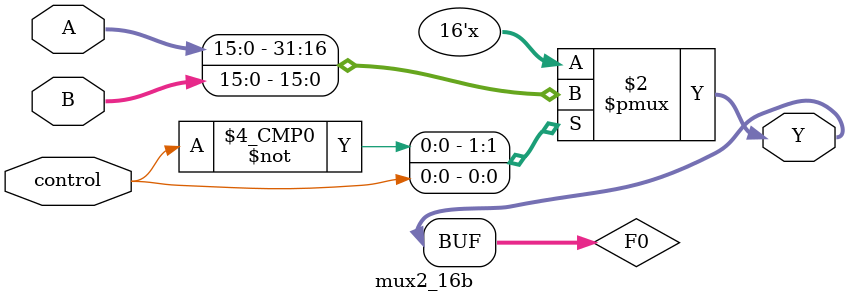
<source format=v>
module mux2_16b(
	input [15:0] A,
	input [15:0] B,
	input control,
	output [15:0] Y
	);

reg [15:0] F0;
always @(A or B or control) begin
	case (control)
		1'b0: begin
			F0 = A;
		end
		1'b1: begin
			F0 = B;
		end
	endcase
end

assign Y = F0;
endmodule

</source>
